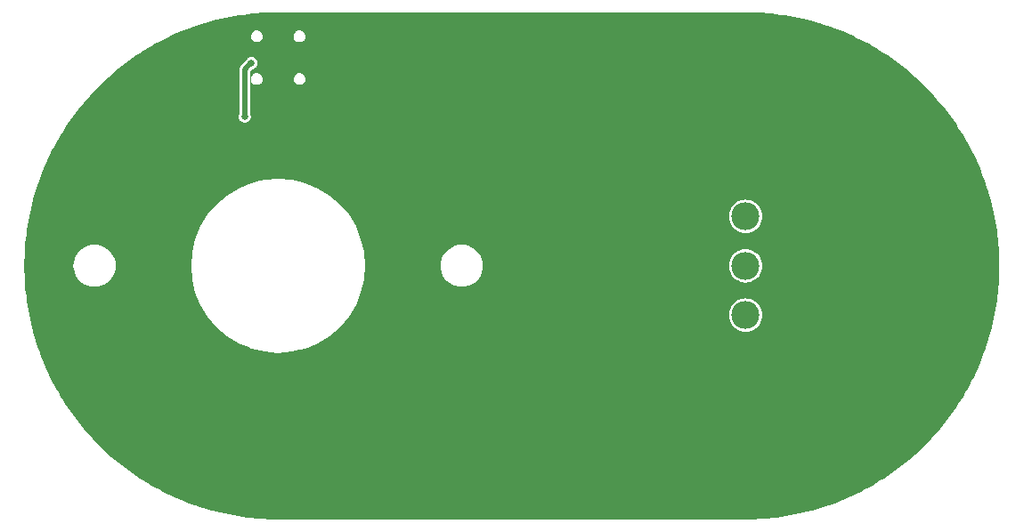
<source format=gbr>
G04 start of page 3 for group 1 idx 1 *
G04 Title: (unknown), solder *
G04 Creator: pcb 4.0.2 *
G04 CreationDate: Mon Feb 22 17:58:46 2021 UTC *
G04 For: ndholmes *
G04 Format: Gerber/RS-274X *
G04 PCB-Dimensions (mil): 4500.00 2500.00 *
G04 PCB-Coordinate-Origin: lower left *
%MOIN*%
%FSLAX25Y25*%
%LNBOTTOM*%
%ADD33C,0.0750*%
%ADD32C,0.0276*%
%ADD31C,0.6300*%
%ADD30C,0.0120*%
%ADD29C,0.0240*%
%ADD28C,0.0250*%
%ADD27C,0.1378*%
%ADD26C,0.0260*%
%ADD25C,0.1050*%
%ADD24C,0.0200*%
%ADD23C,0.0001*%
G54D23*G36*
X220000Y125000D02*X219986Y123342D01*
X219942Y121685D01*
X219870Y120028D01*
X219769Y118373D01*
X219638Y116720D01*
X219480Y115070D01*
X219292Y113422D01*
X219075Y111779D01*
X218830Y110139D01*
X218557Y108503D01*
X218255Y106873D01*
X217924Y105248D01*
X217565Y103630D01*
X217178Y102017D01*
X216763Y100412D01*
X216320Y98814D01*
X215849Y97225D01*
X215350Y95643D01*
X214824Y94071D01*
X214271Y92508D01*
X213690Y90955D01*
X213082Y89412D01*
X212448Y87881D01*
X211787Y86360D01*
X211099Y84851D01*
X210385Y83355D01*
X209646Y81871D01*
X208880Y80400D01*
X208089Y78943D01*
X207272Y77500D01*
X206431Y76071D01*
X205565Y74658D01*
X204674Y73259D01*
X203759Y71877D01*
X202819Y70510D01*
X201857Y69160D01*
X200870Y67828D01*
X199861Y66512D01*
X198829Y65215D01*
X197774Y63935D01*
X196697Y62674D01*
X195599Y61433D01*
X194479Y60210D01*
X193738Y59429D01*
Y117087D01*
X193750Y117086D01*
X194988Y117183D01*
X196196Y117473D01*
X197343Y117948D01*
X198402Y118597D01*
X199346Y119404D01*
X200153Y120348D01*
X200802Y121407D01*
X201277Y122554D01*
X201567Y123762D01*
X201640Y125000D01*
X201567Y126238D01*
X201277Y127446D01*
X200802Y128593D01*
X200153Y129652D01*
X199346Y130596D01*
X198402Y131403D01*
X197343Y132052D01*
X196196Y132527D01*
X194988Y132817D01*
X193750Y132914D01*
X193738Y132913D01*
Y190571D01*
X194479Y189790D01*
X195599Y188567D01*
X196697Y187326D01*
X197774Y186065D01*
X198829Y184785D01*
X199861Y183488D01*
X200870Y182172D01*
X201857Y180840D01*
X202819Y179490D01*
X203759Y178123D01*
X204674Y176741D01*
X205565Y175342D01*
X206431Y173929D01*
X207272Y172500D01*
X208089Y171057D01*
X208880Y169600D01*
X209646Y168129D01*
X210385Y166645D01*
X211099Y165149D01*
X211787Y163640D01*
X212448Y162119D01*
X213082Y160588D01*
X213690Y159045D01*
X214271Y157492D01*
X214824Y155929D01*
X215350Y154357D01*
X215849Y152775D01*
X216320Y151186D01*
X216763Y149588D01*
X217178Y147983D01*
X217565Y146370D01*
X217924Y144752D01*
X218255Y143127D01*
X218557Y141497D01*
X218830Y139861D01*
X219075Y138221D01*
X219292Y136578D01*
X219480Y134930D01*
X219638Y133280D01*
X219769Y131627D01*
X219870Y129972D01*
X219942Y128315D01*
X219986Y126658D01*
X220000Y125000D01*
G37*
G36*
X193738Y59429D02*X193337Y59007D01*
X192175Y57825D01*
X190993Y56663D01*
X189790Y55521D01*
X188567Y54401D01*
X187326Y53303D01*
X186065Y52226D01*
X184785Y51171D01*
X183488Y50139D01*
X182172Y49130D01*
X180840Y48143D01*
X179490Y47181D01*
X178123Y46241D01*
X176741Y45326D01*
X175342Y44435D01*
X173929Y43569D01*
X172500Y42728D01*
X171057Y41911D01*
X169600Y41120D01*
X168129Y40354D01*
X166645Y39615D01*
X165149Y38901D01*
X163640Y38213D01*
X162119Y37552D01*
X160588Y36918D01*
X159045Y36310D01*
X157492Y35729D01*
X155929Y35176D01*
X154357Y34650D01*
X152775Y34151D01*
X151186Y33680D01*
X149588Y33237D01*
X147983Y32822D01*
X146370Y32435D01*
X144752Y32076D01*
X143127Y31745D01*
X141497Y31443D01*
X139861Y31170D01*
X138221Y30925D01*
X136578Y30708D01*
X134930Y30520D01*
X133280Y30362D01*
X132997Y30339D01*
Y93497D01*
X135074Y93995D01*
X139800Y95953D01*
X144162Y98626D01*
X148052Y101948D01*
X151374Y105838D01*
X154047Y110200D01*
X156005Y114926D01*
X157199Y119900D01*
X157500Y125000D01*
X157199Y130100D01*
X156005Y135074D01*
X154047Y139800D01*
X151374Y144162D01*
X148052Y148052D01*
X144162Y151374D01*
X139800Y154047D01*
X135074Y156005D01*
X132997Y156503D01*
Y192793D01*
X133000Y192793D01*
X133345Y192820D01*
X133682Y192901D01*
X134002Y193034D01*
X134297Y193215D01*
X134560Y193440D01*
X134785Y193703D01*
X134966Y193998D01*
X135099Y194318D01*
X135180Y194655D01*
X135200Y195000D01*
X135180Y195345D01*
X135099Y195682D01*
X134966Y196002D01*
X134785Y196297D01*
X134560Y196560D01*
X134297Y196785D01*
X134002Y196966D01*
X133682Y197099D01*
X133345Y197180D01*
X133000Y197207D01*
X132997Y197207D01*
Y208743D01*
X133000Y208743D01*
X133353Y208771D01*
X133697Y208854D01*
X134025Y208989D01*
X134327Y209174D01*
X134596Y209404D01*
X134826Y209673D01*
X135011Y209975D01*
X135146Y210303D01*
X135229Y210647D01*
X135250Y211000D01*
X135229Y211353D01*
X135146Y211697D01*
X135011Y212025D01*
X134826Y212327D01*
X134596Y212596D01*
X134327Y212826D01*
X134025Y213011D01*
X133697Y213146D01*
X133353Y213229D01*
X133000Y213257D01*
X132997Y213257D01*
Y219660D01*
X133280Y219638D01*
X134930Y219480D01*
X136578Y219292D01*
X138221Y219075D01*
X139861Y218830D01*
X141497Y218557D01*
X143127Y218255D01*
X144752Y217924D01*
X146370Y217565D01*
X147983Y217178D01*
X149588Y216763D01*
X151186Y216320D01*
X152775Y215849D01*
X154357Y215350D01*
X155929Y214824D01*
X157492Y214271D01*
X159045Y213690D01*
X160588Y213082D01*
X162119Y212448D01*
X163640Y211787D01*
X165149Y211099D01*
X166645Y210385D01*
X168129Y209646D01*
X169600Y208880D01*
X171057Y208089D01*
X172500Y207272D01*
X173929Y206431D01*
X175342Y205565D01*
X176741Y204674D01*
X178123Y203759D01*
X179490Y202819D01*
X180840Y201857D01*
X182172Y200870D01*
X183488Y199861D01*
X184785Y198829D01*
X186065Y197774D01*
X187326Y196697D01*
X188567Y195599D01*
X189790Y194479D01*
X190993Y193337D01*
X192175Y192175D01*
X193337Y190993D01*
X193738Y190571D01*
Y132913D01*
X192512Y132817D01*
X191304Y132527D01*
X190157Y132052D01*
X189098Y131403D01*
X188154Y130596D01*
X187347Y129652D01*
X186698Y128593D01*
X186223Y127446D01*
X185933Y126238D01*
X185836Y125000D01*
X185933Y123762D01*
X186223Y122554D01*
X186698Y121407D01*
X187347Y120348D01*
X188154Y119404D01*
X189098Y118597D01*
X190157Y117948D01*
X191304Y117473D01*
X192512Y117183D01*
X193738Y117087D01*
Y59429D01*
G37*
G36*
X132997Y156503D02*X130100Y157199D01*
X125000Y157600D01*
X119900Y157199D01*
X116997Y156502D01*
Y192743D01*
X117000Y192743D01*
X117353Y192771D01*
X117697Y192854D01*
X118025Y192989D01*
X118327Y193174D01*
X118596Y193404D01*
X118826Y193673D01*
X119011Y193975D01*
X119146Y194303D01*
X119229Y194647D01*
X119250Y195000D01*
X119229Y195353D01*
X119146Y195697D01*
X119011Y196025D01*
X118826Y196327D01*
X118596Y196596D01*
X118327Y196826D01*
X118025Y197011D01*
X117697Y197146D01*
X117353Y197229D01*
X117000Y197257D01*
X116997Y197257D01*
Y199856D01*
X117056Y199953D01*
X117194Y200287D01*
X117279Y200639D01*
X117300Y201000D01*
X117279Y201361D01*
X117194Y201713D01*
X117056Y202047D01*
X116997Y202144D01*
Y208793D01*
X117000Y208793D01*
X117345Y208820D01*
X117682Y208901D01*
X118002Y209034D01*
X118297Y209215D01*
X118560Y209440D01*
X118785Y209703D01*
X118966Y209998D01*
X119099Y210318D01*
X119180Y210655D01*
X119200Y211000D01*
X119180Y211345D01*
X119099Y211682D01*
X118966Y212002D01*
X118785Y212297D01*
X118560Y212560D01*
X118297Y212785D01*
X118002Y212966D01*
X117682Y213099D01*
X117345Y213180D01*
X117000Y213207D01*
X116997Y213207D01*
Y219660D01*
X118373Y219769D01*
X120028Y219870D01*
X121685Y219942D01*
X123342Y219986D01*
X125000Y220000D01*
X126658Y219986D01*
X128315Y219942D01*
X129972Y219870D01*
X131627Y219769D01*
X132997Y219660D01*
Y213257D01*
X132647Y213229D01*
X132303Y213146D01*
X131975Y213011D01*
X131673Y212826D01*
X131404Y212596D01*
X131174Y212327D01*
X130989Y212025D01*
X130854Y211697D01*
X130771Y211353D01*
X130743Y211000D01*
X130771Y210647D01*
X130854Y210303D01*
X130989Y209975D01*
X131174Y209673D01*
X131404Y209404D01*
X131673Y209174D01*
X131975Y208989D01*
X132303Y208854D01*
X132647Y208771D01*
X132997Y208743D01*
Y197207D01*
X132655Y197180D01*
X132318Y197099D01*
X131998Y196966D01*
X131703Y196785D01*
X131440Y196560D01*
X131215Y196297D01*
X131034Y196002D01*
X130901Y195682D01*
X130820Y195345D01*
X130793Y195000D01*
X130820Y194655D01*
X130901Y194318D01*
X131034Y193998D01*
X131215Y193703D01*
X131440Y193440D01*
X131703Y193215D01*
X131998Y193034D01*
X132318Y192901D01*
X132655Y192820D01*
X132997Y192793D01*
Y156503D01*
G37*
G36*
Y30339D02*X131627Y30231D01*
X129972Y30130D01*
X128315Y30058D01*
X126658Y30014D01*
X125000Y30000D01*
X123342Y30014D01*
X121685Y30058D01*
X120028Y30130D01*
X118373Y30231D01*
X116997Y30340D01*
Y93498D01*
X119900Y92801D01*
X125000Y92400D01*
X130100Y92801D01*
X132997Y93497D01*
Y30339D01*
G37*
G36*
X116997Y202144D02*X116866Y202356D01*
X116631Y202631D01*
X116356Y202866D01*
X116047Y203056D01*
X115713Y203194D01*
X115361Y203279D01*
X115000Y203307D01*
X114639Y203279D01*
X114287Y203194D01*
X113953Y203056D01*
X113746Y202929D01*
Y219329D01*
X115070Y219480D01*
X116720Y219638D01*
X116997Y219660D01*
Y213207D01*
X116655Y213180D01*
X116318Y213099D01*
X115998Y212966D01*
X115703Y212785D01*
X115440Y212560D01*
X115215Y212297D01*
X115034Y212002D01*
X114901Y211682D01*
X114820Y211345D01*
X114793Y211000D01*
X114820Y210655D01*
X114901Y210318D01*
X115034Y209998D01*
X115215Y209703D01*
X115440Y209440D01*
X115703Y209215D01*
X115998Y209034D01*
X116318Y208901D01*
X116655Y208820D01*
X116997Y208793D01*
Y202144D01*
G37*
G36*
Y156502D02*X114926Y156005D01*
X113746Y155516D01*
Y179066D01*
X113856Y179134D01*
X114131Y179369D01*
X114366Y179644D01*
X114556Y179953D01*
X114694Y180287D01*
X114779Y180639D01*
X114800Y181000D01*
X114779Y181361D01*
X114694Y181713D01*
X114556Y182047D01*
X114500Y182138D01*
Y197801D01*
X115438Y198740D01*
X115713Y198806D01*
X116047Y198944D01*
X116356Y199134D01*
X116631Y199369D01*
X116866Y199644D01*
X116997Y199856D01*
Y197257D01*
X116647Y197229D01*
X116303Y197146D01*
X115975Y197011D01*
X115673Y196826D01*
X115404Y196596D01*
X115174Y196327D01*
X114989Y196025D01*
X114854Y195697D01*
X114771Y195353D01*
X114743Y195000D01*
X114771Y194647D01*
X114854Y194303D01*
X114989Y193975D01*
X115174Y193673D01*
X115404Y193404D01*
X115673Y193174D01*
X115975Y192989D01*
X116303Y192854D01*
X116647Y192771D01*
X116997Y192743D01*
Y156502D01*
G37*
G36*
Y30340D02*X116720Y30362D01*
X115070Y30520D01*
X113746Y30671D01*
Y94484D01*
X114926Y93995D01*
X116997Y93498D01*
Y30340D01*
G37*
G36*
X113746Y30671D02*X113422Y30708D01*
X111779Y30925D01*
X110139Y31170D01*
X108503Y31443D01*
X106873Y31745D01*
X105248Y32076D01*
X103630Y32435D01*
X102017Y32822D01*
X100412Y33237D01*
X98814Y33680D01*
X97225Y34151D01*
X95643Y34650D01*
X94071Y35176D01*
X92508Y35729D01*
X90955Y36310D01*
X89412Y36918D01*
X87881Y37552D01*
X86360Y38213D01*
X84851Y38901D01*
X83355Y39615D01*
X81871Y40354D01*
X80400Y41120D01*
X78943Y41911D01*
X77500Y42728D01*
X76071Y43569D01*
X74658Y44435D01*
X73259Y45326D01*
X71877Y46241D01*
X70510Y47181D01*
X69160Y48143D01*
X67828Y49130D01*
X66512Y50139D01*
X65215Y51171D01*
X63935Y52226D01*
X62674Y53303D01*
X61433Y54401D01*
X60210Y55521D01*
X59007Y56663D01*
X57825Y57825D01*
X56663Y59007D01*
X56238Y59455D01*
Y117087D01*
X56250Y117086D01*
X57488Y117183D01*
X58696Y117473D01*
X59843Y117948D01*
X60902Y118597D01*
X61846Y119404D01*
X62653Y120348D01*
X63302Y121407D01*
X63777Y122554D01*
X64067Y123762D01*
X64140Y125000D01*
X64067Y126238D01*
X63777Y127446D01*
X63302Y128593D01*
X62653Y129652D01*
X61846Y130596D01*
X60902Y131403D01*
X59843Y132052D01*
X58696Y132527D01*
X57488Y132817D01*
X56250Y132914D01*
X56238Y132913D01*
Y190545D01*
X56663Y190993D01*
X57825Y192175D01*
X59007Y193337D01*
X60210Y194479D01*
X61433Y195599D01*
X62674Y196697D01*
X63935Y197774D01*
X65215Y198829D01*
X66512Y199861D01*
X67828Y200870D01*
X69160Y201857D01*
X70510Y202819D01*
X71877Y203759D01*
X73259Y204674D01*
X74658Y205565D01*
X76071Y206431D01*
X77500Y207272D01*
X78943Y208089D01*
X80400Y208880D01*
X81871Y209646D01*
X83355Y210385D01*
X84851Y211099D01*
X86360Y211787D01*
X87881Y212448D01*
X89412Y213082D01*
X90955Y213690D01*
X92508Y214271D01*
X94071Y214824D01*
X95643Y215350D01*
X97225Y215849D01*
X98814Y216320D01*
X100412Y216763D01*
X102017Y217178D01*
X103630Y217565D01*
X105248Y217924D01*
X106873Y218255D01*
X108503Y218557D01*
X110139Y218830D01*
X111779Y219075D01*
X113422Y219292D01*
X113746Y219329D01*
Y202929D01*
X113644Y202866D01*
X113369Y202631D01*
X113134Y202356D01*
X112944Y202047D01*
X112842Y201800D01*
X111141Y200100D01*
X111081Y200048D01*
X110877Y199809D01*
X110712Y199541D01*
X110592Y199250D01*
X110519Y198944D01*
X110494Y198630D01*
X110500Y198552D01*
Y182138D01*
X110444Y182047D01*
X110306Y181713D01*
X110221Y181361D01*
X110193Y181000D01*
X110221Y180639D01*
X110306Y180287D01*
X110444Y179953D01*
X110634Y179644D01*
X110869Y179369D01*
X111144Y179134D01*
X111453Y178944D01*
X111787Y178806D01*
X112139Y178721D01*
X112500Y178693D01*
X112861Y178721D01*
X113213Y178806D01*
X113547Y178944D01*
X113746Y179066D01*
Y155516D01*
X110200Y154047D01*
X105838Y151374D01*
X101948Y148052D01*
X98626Y144162D01*
X95953Y139800D01*
X93995Y135074D01*
X92801Y130100D01*
X92400Y125000D01*
X92801Y119900D01*
X93995Y114926D01*
X95953Y110200D01*
X98626Y105838D01*
X101948Y101948D01*
X105838Y98626D01*
X110200Y95953D01*
X113746Y94484D01*
Y30671D01*
G37*
G36*
X56238Y59455D02*X55521Y60210D01*
X54401Y61433D01*
X53303Y62674D01*
X52226Y63935D01*
X51171Y65215D01*
X50139Y66512D01*
X49130Y67828D01*
X48143Y69160D01*
X47181Y70510D01*
X46241Y71877D01*
X45326Y73259D01*
X44435Y74658D01*
X43569Y76071D01*
X42728Y77500D01*
X41911Y78943D01*
X41120Y80400D01*
X40354Y81871D01*
X39615Y83355D01*
X38901Y84851D01*
X38213Y86360D01*
X37552Y87881D01*
X36918Y89412D01*
X36310Y90955D01*
X35729Y92508D01*
X35176Y94071D01*
X34650Y95643D01*
X34151Y97225D01*
X33680Y98814D01*
X33237Y100412D01*
X32822Y102017D01*
X32435Y103630D01*
X32076Y105248D01*
X31745Y106873D01*
X31443Y108503D01*
X31170Y110139D01*
X30925Y111779D01*
X30708Y113422D01*
X30520Y115070D01*
X30362Y116720D01*
X30231Y118373D01*
X30130Y120028D01*
X30058Y121685D01*
X30014Y123342D01*
X30000Y125000D01*
X30014Y126658D01*
X30058Y128315D01*
X30130Y129972D01*
X30231Y131627D01*
X30362Y133280D01*
X30520Y134930D01*
X30708Y136578D01*
X30925Y138221D01*
X31170Y139861D01*
X31443Y141497D01*
X31745Y143127D01*
X32076Y144752D01*
X32435Y146370D01*
X32822Y147983D01*
X33237Y149588D01*
X33680Y151186D01*
X34151Y152775D01*
X34650Y154357D01*
X35176Y155929D01*
X35729Y157492D01*
X36310Y159045D01*
X36918Y160588D01*
X37552Y162119D01*
X38213Y163640D01*
X38901Y165149D01*
X39615Y166645D01*
X40354Y168129D01*
X41120Y169600D01*
X41911Y171057D01*
X42728Y172500D01*
X43569Y173929D01*
X44435Y175342D01*
X45326Y176741D01*
X46241Y178123D01*
X47181Y179490D01*
X48143Y180840D01*
X49130Y182172D01*
X50139Y183488D01*
X51171Y184785D01*
X52226Y186065D01*
X53303Y187326D01*
X54401Y188567D01*
X55521Y189790D01*
X56238Y190545D01*
Y132913D01*
X55012Y132817D01*
X53804Y132527D01*
X52657Y132052D01*
X51598Y131403D01*
X50654Y130596D01*
X49847Y129652D01*
X49198Y128593D01*
X48723Y127446D01*
X48433Y126238D01*
X48336Y125000D01*
X48433Y123762D01*
X48723Y122554D01*
X49198Y121407D01*
X49847Y120348D01*
X50654Y119404D01*
X51598Y118597D01*
X52657Y117948D01*
X53804Y117473D01*
X55012Y117183D01*
X56238Y117087D01*
Y59455D01*
G37*
G36*
X395000Y125000D02*X394986Y123342D01*
X394942Y121685D01*
X394870Y120028D01*
X394769Y118373D01*
X394638Y116720D01*
X394480Y115070D01*
X394292Y113422D01*
X394075Y111779D01*
X393830Y110139D01*
X393557Y108503D01*
X393255Y106873D01*
X392924Y105248D01*
X392565Y103630D01*
X392178Y102017D01*
X391763Y100412D01*
X391320Y98814D01*
X390849Y97225D01*
X390350Y95643D01*
X389824Y94071D01*
X389271Y92508D01*
X388690Y90955D01*
X388082Y89412D01*
X387448Y87881D01*
X386787Y86360D01*
X386099Y84851D01*
X385385Y83355D01*
X384646Y81871D01*
X383880Y80400D01*
X383089Y78943D01*
X382272Y77500D01*
X381431Y76071D01*
X380565Y74658D01*
X379674Y73259D01*
X378759Y71877D01*
X377819Y70510D01*
X376857Y69160D01*
X375870Y67828D01*
X374861Y66512D01*
X373829Y65215D01*
X372774Y63935D01*
X371697Y62674D01*
X370599Y61433D01*
X369479Y60210D01*
X368337Y59007D01*
X367175Y57825D01*
X365993Y56663D01*
X364790Y55521D01*
X363567Y54401D01*
X362326Y53303D01*
X361065Y52226D01*
X359785Y51171D01*
X358488Y50139D01*
X357172Y49130D01*
X355840Y48143D01*
X354490Y47181D01*
X353123Y46241D01*
X351741Y45326D01*
X350342Y44435D01*
X348929Y43569D01*
X347500Y42728D01*
X346057Y41911D01*
X344600Y41120D01*
X343129Y40354D01*
X341645Y39615D01*
X340149Y38901D01*
X338640Y38213D01*
X337119Y37552D01*
X335588Y36918D01*
X334045Y36310D01*
X332492Y35729D01*
X330929Y35176D01*
X329357Y34650D01*
X327775Y34151D01*
X326186Y33680D01*
X324588Y33237D01*
X322983Y32822D01*
X321370Y32435D01*
X319752Y32076D01*
X318127Y31745D01*
X316497Y31443D01*
X314861Y31170D01*
X313221Y30925D01*
X311578Y30708D01*
X309930Y30520D01*
X308280Y30362D01*
X306627Y30231D01*
X304972Y30130D01*
X303315Y30058D01*
X301658Y30014D01*
X300000Y30000D01*
X299990Y30000D01*
Y100231D01*
X300000Y100231D01*
X300981Y100308D01*
X301937Y100538D01*
X302846Y100914D01*
X303685Y101428D01*
X304433Y102067D01*
X305072Y102815D01*
X305586Y103654D01*
X305962Y104563D01*
X306192Y105519D01*
X306250Y106500D01*
X306192Y107481D01*
X305962Y108437D01*
X305586Y109346D01*
X305072Y110185D01*
X304433Y110933D01*
X303685Y111572D01*
X302846Y112086D01*
X301937Y112462D01*
X300981Y112692D01*
X300000Y112769D01*
X299990Y112769D01*
Y118731D01*
X300000Y118731D01*
X300981Y118808D01*
X301937Y119038D01*
X302846Y119414D01*
X303685Y119928D01*
X304433Y120567D01*
X305072Y121315D01*
X305586Y122154D01*
X305962Y123063D01*
X306192Y124019D01*
X306250Y125000D01*
X306192Y125981D01*
X305962Y126937D01*
X305586Y127846D01*
X305072Y128685D01*
X304433Y129433D01*
X303685Y130072D01*
X302846Y130586D01*
X301937Y130962D01*
X300981Y131192D01*
X300000Y131269D01*
X299990Y131269D01*
Y137231D01*
X300000Y137231D01*
X300981Y137308D01*
X301937Y137538D01*
X302846Y137914D01*
X303685Y138428D01*
X304433Y139067D01*
X305072Y139815D01*
X305586Y140654D01*
X305962Y141563D01*
X306192Y142519D01*
X306250Y143500D01*
X306192Y144481D01*
X305962Y145437D01*
X305586Y146346D01*
X305072Y147185D01*
X304433Y147933D01*
X303685Y148572D01*
X302846Y149086D01*
X301937Y149462D01*
X300981Y149692D01*
X300000Y149769D01*
X299990Y149769D01*
Y220000D01*
X300000Y220000D01*
X301658Y219986D01*
X303315Y219942D01*
X304972Y219870D01*
X306627Y219769D01*
X308280Y219638D01*
X309930Y219480D01*
X311578Y219292D01*
X313221Y219075D01*
X314861Y218830D01*
X316497Y218557D01*
X318127Y218255D01*
X319752Y217924D01*
X321370Y217565D01*
X322983Y217178D01*
X324588Y216763D01*
X326186Y216320D01*
X327775Y215849D01*
X329357Y215350D01*
X330929Y214824D01*
X332492Y214271D01*
X334045Y213690D01*
X335588Y213082D01*
X337119Y212448D01*
X338640Y211787D01*
X340149Y211099D01*
X341645Y210385D01*
X343129Y209646D01*
X344600Y208880D01*
X346057Y208089D01*
X347500Y207272D01*
X348929Y206431D01*
X350342Y205565D01*
X351741Y204674D01*
X353123Y203759D01*
X354490Y202819D01*
X355840Y201857D01*
X357172Y200870D01*
X358488Y199861D01*
X359785Y198829D01*
X361065Y197774D01*
X362326Y196697D01*
X363567Y195599D01*
X364790Y194479D01*
X365993Y193337D01*
X367175Y192175D01*
X368337Y190993D01*
X369479Y189790D01*
X370599Y188567D01*
X371697Y187326D01*
X372774Y186065D01*
X373829Y184785D01*
X374861Y183488D01*
X375870Y182172D01*
X376857Y180840D01*
X377819Y179490D01*
X378759Y178123D01*
X379674Y176741D01*
X380565Y175342D01*
X381431Y173929D01*
X382272Y172500D01*
X383089Y171057D01*
X383880Y169600D01*
X384646Y168129D01*
X385385Y166645D01*
X386099Y165149D01*
X386787Y163640D01*
X387448Y162119D01*
X388082Y160588D01*
X388690Y159045D01*
X389271Y157492D01*
X389824Y155929D01*
X390350Y154357D01*
X390849Y152775D01*
X391320Y151186D01*
X391763Y149588D01*
X392178Y147983D01*
X392565Y146370D01*
X392924Y144752D01*
X393255Y143127D01*
X393557Y141497D01*
X393830Y139861D01*
X394075Y138221D01*
X394292Y136578D01*
X394480Y134930D01*
X394638Y133280D01*
X394769Y131627D01*
X394870Y129972D01*
X394942Y128315D01*
X394986Y126658D01*
X395000Y125000D01*
G37*
G36*
X299990Y30000D02*X298342Y30014D01*
X296685Y30058D01*
X295028Y30130D01*
X293373Y30231D01*
X291720Y30362D01*
X290070Y30520D01*
X288422Y30708D01*
X286779Y30925D01*
X285139Y31170D01*
X283503Y31443D01*
X281873Y31745D01*
X280248Y32076D01*
X278630Y32435D01*
X277017Y32822D01*
X275412Y33237D01*
X273814Y33680D01*
X272225Y34151D01*
X270643Y34650D01*
X269071Y35176D01*
X267508Y35729D01*
X265955Y36310D01*
X264412Y36918D01*
X262881Y37552D01*
X261360Y38213D01*
X259851Y38901D01*
X258355Y39615D01*
X256871Y40354D01*
X255400Y41120D01*
X253943Y41911D01*
X252500Y42728D01*
X251071Y43569D01*
X249658Y44435D01*
X248259Y45326D01*
X246877Y46241D01*
X245510Y47181D01*
X244160Y48143D01*
X242828Y49130D01*
X241512Y50139D01*
X240215Y51171D01*
X238935Y52226D01*
X237674Y53303D01*
X236433Y54401D01*
X235210Y55521D01*
X234007Y56663D01*
X232825Y57825D01*
X231663Y59007D01*
X230521Y60210D01*
X229401Y61433D01*
X228303Y62674D01*
X227226Y63935D01*
X226171Y65215D01*
X225139Y66512D01*
X224130Y67828D01*
X223143Y69160D01*
X222181Y70510D01*
X221241Y71877D01*
X220326Y73259D01*
X219435Y74658D01*
X218569Y76071D01*
X217728Y77500D01*
X216911Y78943D01*
X216120Y80400D01*
X215354Y81871D01*
X214615Y83355D01*
X213901Y84851D01*
X213213Y86360D01*
X212552Y87881D01*
X211918Y89412D01*
X211310Y90955D01*
X210729Y92508D01*
X210176Y94071D01*
X209650Y95643D01*
X209151Y97225D01*
X208680Y98814D01*
X208237Y100412D01*
X207822Y102017D01*
X207435Y103630D01*
X207076Y105248D01*
X206745Y106873D01*
X206443Y108503D01*
X206170Y110139D01*
X205925Y111779D01*
X205708Y113422D01*
X205520Y115070D01*
X205362Y116720D01*
X205231Y118373D01*
X205130Y120028D01*
X205058Y121685D01*
X205014Y123342D01*
X205000Y125000D01*
X205014Y126658D01*
X205058Y128315D01*
X205130Y129972D01*
X205231Y131627D01*
X205362Y133280D01*
X205520Y134930D01*
X205708Y136578D01*
X205925Y138221D01*
X206170Y139861D01*
X206443Y141497D01*
X206745Y143127D01*
X207076Y144752D01*
X207435Y146370D01*
X207822Y147983D01*
X208237Y149588D01*
X208680Y151186D01*
X209151Y152775D01*
X209650Y154357D01*
X210176Y155929D01*
X210729Y157492D01*
X211310Y159045D01*
X211918Y160588D01*
X212552Y162119D01*
X213213Y163640D01*
X213901Y165149D01*
X214615Y166645D01*
X215354Y168129D01*
X216120Y169600D01*
X216911Y171057D01*
X217728Y172500D01*
X218569Y173929D01*
X219435Y175342D01*
X220326Y176741D01*
X221241Y178123D01*
X222181Y179490D01*
X223143Y180840D01*
X224130Y182172D01*
X225139Y183488D01*
X226171Y184785D01*
X227226Y186065D01*
X228303Y187326D01*
X229401Y188567D01*
X230521Y189790D01*
X231663Y190993D01*
X232825Y192175D01*
X234007Y193337D01*
X235210Y194479D01*
X236433Y195599D01*
X237674Y196697D01*
X238935Y197774D01*
X240215Y198829D01*
X241512Y199861D01*
X242828Y200870D01*
X244160Y201857D01*
X245510Y202819D01*
X246877Y203759D01*
X248259Y204674D01*
X249658Y205565D01*
X251071Y206431D01*
X252500Y207272D01*
X253943Y208089D01*
X255400Y208880D01*
X256871Y209646D01*
X258355Y210385D01*
X259851Y211099D01*
X261360Y211787D01*
X262881Y212448D01*
X264412Y213082D01*
X265955Y213690D01*
X267508Y214271D01*
X269071Y214824D01*
X270643Y215350D01*
X272225Y215849D01*
X273814Y216320D01*
X275412Y216763D01*
X277017Y217178D01*
X278630Y217565D01*
X280248Y217924D01*
X281873Y218255D01*
X283503Y218557D01*
X285139Y218830D01*
X286779Y219075D01*
X288422Y219292D01*
X290070Y219480D01*
X291720Y219638D01*
X293373Y219769D01*
X295028Y219870D01*
X296685Y219942D01*
X298342Y219986D01*
X299990Y220000D01*
Y149769D01*
X299019Y149692D01*
X298063Y149462D01*
X297154Y149086D01*
X296315Y148572D01*
X295567Y147933D01*
X294928Y147185D01*
X294414Y146346D01*
X294038Y145437D01*
X293808Y144481D01*
X293731Y143500D01*
X293808Y142519D01*
X294038Y141563D01*
X294414Y140654D01*
X294928Y139815D01*
X295567Y139067D01*
X296315Y138428D01*
X297154Y137914D01*
X298063Y137538D01*
X299019Y137308D01*
X299990Y137231D01*
Y131269D01*
X299019Y131192D01*
X298063Y130962D01*
X297154Y130586D01*
X296315Y130072D01*
X295567Y129433D01*
X294928Y128685D01*
X294414Y127846D01*
X294038Y126937D01*
X293808Y125981D01*
X293731Y125000D01*
X293808Y124019D01*
X294038Y123063D01*
X294414Y122154D01*
X294928Y121315D01*
X295567Y120567D01*
X296315Y119928D01*
X297154Y119414D01*
X298063Y119038D01*
X299019Y118808D01*
X299990Y118731D01*
Y112769D01*
X299019Y112692D01*
X298063Y112462D01*
X297154Y112086D01*
X296315Y111572D01*
X295567Y110933D01*
X294928Y110185D01*
X294414Y109346D01*
X294038Y108437D01*
X293808Y107481D01*
X293731Y106500D01*
X293808Y105519D01*
X294038Y104563D01*
X294414Y103654D01*
X294928Y102815D01*
X295567Y102067D01*
X296315Y101428D01*
X297154Y100914D01*
X298063Y100538D01*
X299019Y100308D01*
X299990Y100231D01*
Y30000D01*
G37*
G36*
X132997Y220000D02*X300000D01*
Y149769D01*
X299019Y149692D01*
X298063Y149462D01*
X297154Y149086D01*
X296315Y148572D01*
X295567Y147933D01*
X294928Y147185D01*
X294414Y146346D01*
X294038Y145437D01*
X293808Y144481D01*
X293731Y143500D01*
X293808Y142519D01*
X294038Y141563D01*
X294414Y140654D01*
X294928Y139815D01*
X295567Y139067D01*
X296315Y138428D01*
X297154Y137914D01*
X298063Y137538D01*
X299019Y137308D01*
X300000Y137231D01*
Y131269D01*
X299019Y131192D01*
X298063Y130962D01*
X297154Y130586D01*
X296315Y130072D01*
X295567Y129433D01*
X294928Y128685D01*
X294414Y127846D01*
X294038Y126937D01*
X293808Y125981D01*
X293731Y125000D01*
X201640D01*
X201567Y126238D01*
X201277Y127446D01*
X200802Y128593D01*
X200153Y129652D01*
X199346Y130596D01*
X198402Y131403D01*
X197343Y132052D01*
X196196Y132527D01*
X194988Y132817D01*
X193750Y132914D01*
X192512Y132817D01*
X191304Y132527D01*
X190157Y132052D01*
X189098Y131403D01*
X188154Y130596D01*
X187347Y129652D01*
X186698Y128593D01*
X186223Y127446D01*
X185933Y126238D01*
X185836Y125000D01*
X157500D01*
X157199Y130100D01*
X156005Y135074D01*
X154047Y139800D01*
X151374Y144162D01*
X148052Y148052D01*
X144162Y151374D01*
X139800Y154047D01*
X135074Y156005D01*
X132997Y156503D01*
Y192793D01*
X133000Y192793D01*
X133345Y192820D01*
X133682Y192901D01*
X134002Y193034D01*
X134297Y193215D01*
X134560Y193440D01*
X134785Y193703D01*
X134966Y193998D01*
X135099Y194318D01*
X135180Y194655D01*
X135200Y195000D01*
X135180Y195345D01*
X135099Y195682D01*
X134966Y196002D01*
X134785Y196297D01*
X134560Y196560D01*
X134297Y196785D01*
X134002Y196966D01*
X133682Y197099D01*
X133345Y197180D01*
X133000Y197207D01*
X132997Y197207D01*
Y208743D01*
X133000Y208743D01*
X133353Y208771D01*
X133697Y208854D01*
X134025Y208989D01*
X134327Y209174D01*
X134596Y209404D01*
X134826Y209673D01*
X135011Y209975D01*
X135146Y210303D01*
X135229Y210647D01*
X135250Y211000D01*
X135229Y211353D01*
X135146Y211697D01*
X135011Y212025D01*
X134826Y212327D01*
X134596Y212596D01*
X134327Y212826D01*
X134025Y213011D01*
X133697Y213146D01*
X133353Y213229D01*
X133000Y213257D01*
X132997Y213257D01*
Y220000D01*
G37*
G36*
X125000D02*X132997D01*
Y213257D01*
X132647Y213229D01*
X132303Y213146D01*
X131975Y213011D01*
X131673Y212826D01*
X131404Y212596D01*
X131174Y212327D01*
X130989Y212025D01*
X130854Y211697D01*
X130771Y211353D01*
X130743Y211000D01*
X130771Y210647D01*
X130854Y210303D01*
X130989Y209975D01*
X131174Y209673D01*
X131404Y209404D01*
X131673Y209174D01*
X131975Y208989D01*
X132303Y208854D01*
X132647Y208771D01*
X132997Y208743D01*
Y197207D01*
X132655Y197180D01*
X132318Y197099D01*
X131998Y196966D01*
X131703Y196785D01*
X131440Y196560D01*
X131215Y196297D01*
X131034Y196002D01*
X130901Y195682D01*
X130820Y195345D01*
X130793Y195000D01*
X130820Y194655D01*
X130901Y194318D01*
X131034Y193998D01*
X131215Y193703D01*
X131440Y193440D01*
X131703Y193215D01*
X131998Y193034D01*
X132318Y192901D01*
X132655Y192820D01*
X132997Y192793D01*
Y156503D01*
X130100Y157199D01*
X125000Y157600D01*
Y220000D01*
G37*
G36*
X300000Y118731D02*Y112769D01*
X299019Y112692D01*
X298063Y112462D01*
X297154Y112086D01*
X296315Y111572D01*
X295567Y110933D01*
X294928Y110185D01*
X294414Y109346D01*
X294038Y108437D01*
X293808Y107481D01*
X293731Y106500D01*
X293808Y105519D01*
X294038Y104563D01*
X294414Y103654D01*
X294928Y102815D01*
X295567Y102067D01*
X296315Y101428D01*
X297154Y100914D01*
X298063Y100538D01*
X299019Y100308D01*
X300000Y100231D01*
Y30000D01*
X125000D01*
Y92400D01*
X130100Y92801D01*
X135074Y93995D01*
X139800Y95953D01*
X144162Y98626D01*
X148052Y101948D01*
X151374Y105838D01*
X154047Y110200D01*
X156005Y114926D01*
X157199Y119900D01*
X157500Y125000D01*
X185836D01*
X185933Y123762D01*
X186223Y122554D01*
X186698Y121407D01*
X187347Y120348D01*
X188154Y119404D01*
X189098Y118597D01*
X190157Y117948D01*
X191304Y117473D01*
X192512Y117183D01*
X193750Y117086D01*
X194988Y117183D01*
X196196Y117473D01*
X197343Y117948D01*
X198402Y118597D01*
X199346Y119404D01*
X200153Y120348D01*
X200802Y121407D01*
X201277Y122554D01*
X201567Y123762D01*
X201640Y125000D01*
X293731D01*
X293808Y124019D01*
X294038Y123063D01*
X294414Y122154D01*
X294928Y121315D01*
X295567Y120567D01*
X296315Y119928D01*
X297154Y119414D01*
X298063Y119038D01*
X299019Y118808D01*
X300000Y118731D01*
G37*
G54D24*X115000Y201130D02*X112500Y198630D01*
Y181000D01*
G54D25*X300000Y143500D03*
Y125000D03*
Y106500D03*
G54D26*X112500Y181000D03*
X115000Y201000D03*
G54D27*G54D28*G54D29*G54D30*G54D27*G54D31*G54D28*G54D29*G54D32*G54D33*M02*

</source>
